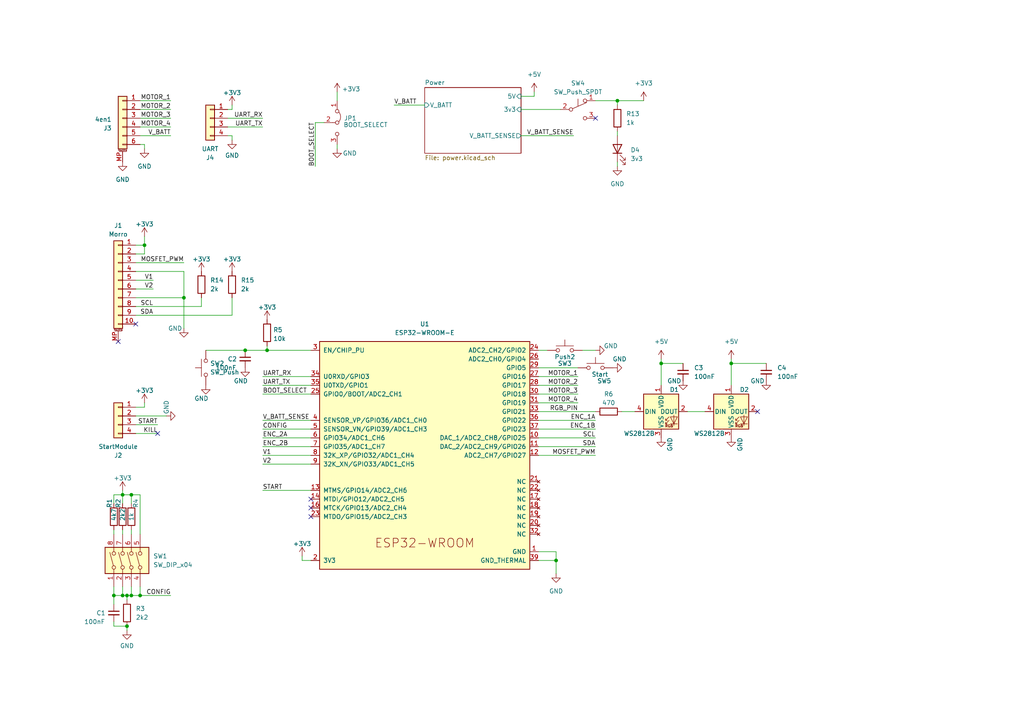
<source format=kicad_sch>
(kicad_sch (version 20231120) (generator "eeschema") (generator_version "8.0")
  (paper "A4")
  (lib_symbols
    (symbol "Connector_Generic:Conn_01x04" (pin_names (offset 1.016) hide)
      (property "Reference" "J" (at 0 5.08 0))
      (property "Value" "Conn_01x04" (at 0 -7.62 0))
      (symbol "Conn_01x04_1_1"
        (rectangle (start -1.27 -4.953) (end 0 -5.207) (stroke (width 0.1524)))
        (rectangle (start -1.27 -2.413) (end 0 -2.667) (stroke (width 0.1524)))
        (rectangle (start -1.27 0.127) (end 0 -0.127) (stroke (width 0.1524)))
        (rectangle (start -1.27 2.667) (end 0 2.413) (stroke (width 0.1524)))
        (rectangle (start -1.27 3.81) (end 1.27 -6.35) (stroke (width 0.254)) (fill (type background)))
        (pin passive line (at -5.08 2.54 0) (length 3.81) (name "Pin_1") (number "1"))
        (pin passive line (at -5.08 0 0) (length 3.81) (name "Pin_2") (number "2"))
        (pin passive line (at -5.08 -2.54 0) (length 3.81) (name "Pin_3") (number "3"))
        (pin passive line (at -5.08 -5.08 0) (length 3.81) (name "Pin_4") (number "4"))
      )
    )
    (symbol "Connector_Generic_MountingPin:Conn_01x06_MountingPin" (pin_names (offset 1.016) hide)
      (property "Reference" "J" (at 0 7.62 0))
      (property "Value" "Conn_01x06_MountingPin" (at 1.27 -10.16 0))
      (symbol "Conn_01x06_MountingPin_1_1"
        (rectangle (start -1.27 -7.493) (end 0 -7.747) (stroke (width 0.1524)))
        (rectangle (start -1.27 -4.953) (end 0 -5.207) (stroke (width 0.1524)))
        (rectangle (start -1.27 -2.413) (end 0 -2.667) (stroke (width 0.1524)))
        (rectangle (start -1.27 0.127) (end 0 -0.127) (stroke (width 0.1524)))
        (rectangle (start -1.27 2.667) (end 0 2.413) (stroke (width 0.1524)))
        (rectangle (start -1.27 5.207) (end 0 4.953) (stroke (width 0.1524)))
        (rectangle (start -1.27 6.35) (end 1.27 -8.89) (stroke (width 0.254)) (fill (type background)))
        (polyline (pts (xy -1.016 -9.652) (xy 1.016 -9.652)) (stroke (width 0.1524)))
        (text "Mounting" (at 0 -9.271 0) (effects (font (size 0.381 0.381))))
        (pin passive line (at -5.08 5.08 0) (length 3.81) (name "Pin_1") (number "1"))
        (pin passive line (at -5.08 2.54 0) (length 3.81) (name "Pin_2") (number "2"))
        (pin passive line (at -5.08 0 0) (length 3.81) (name "Pin_3") (number "3"))
        (pin passive line (at -5.08 -2.54 0) (length 3.81) (name "Pin_4") (number "4"))
        (pin passive line (at -5.08 -5.08 0) (length 3.81) (name "Pin_5") (number "5"))
        (pin passive line (at -5.08 -7.62 0) (length 3.81) (name "Pin_6") (number "6"))
        (pin passive line (at 0 -12.7 90) (length 3.048) (name "MountPin") (number "MP"))
      )
    )
    (symbol "Connector_Generic_MountingPin:Conn_01x10_MountingPin" (pin_names (offset 1.016) hide)
      (property "Reference" "J" (at 0 12.7 0))
      (property "Value" "Conn_01x10_MountingPin" (at 1.27 -15.24 0))
      (symbol "Conn_01x10_MountingPin_1_1"
        (rectangle (start -1.27 -12.573) (end 0 -12.827) (stroke (width 0.1524)))
        (rectangle (start -1.27 -10.033) (end 0 -10.287) (stroke (width 0.1524)))
        (rectangle (start -1.27 -7.493) (end 0 -7.747) (stroke (width 0.1524)))
        (rectangle (start -1.27 -4.953) (end 0 -5.207) (stroke (width 0.1524)))
        (rectangle (start -1.27 -2.413) (end 0 -2.667) (stroke (width 0.1524)))
        (rectangle (start -1.27 0.127) (end 0 -0.127) (stroke (width 0.1524)))
        (rectangle (start -1.27 2.667) (end 0 2.413) (stroke (width 0.1524)))
        (rectangle (start -1.27 5.207) (end 0 4.953) (stroke (width 0.1524)))
        (rectangle (start -1.27 7.747) (end 0 7.493) (stroke (width 0.1524)))
        (rectangle (start -1.27 10.287) (end 0 10.033) (stroke (width 0.1524)))
        (rectangle (start -1.27 11.43) (end 1.27 -13.97) (stroke (width 0.254)) (fill (type background)))
        (polyline (pts (xy -1.016 -14.732) (xy 1.016 -14.732)) (stroke (width 0.1524)))
        (text "Mounting" (at 0 -14.351 0) (effects (font (size 0.381 0.381))))
        (pin passive line (at -5.08 10.16 0) (length 3.81) (name "Pin_1") (number "1"))
        (pin passive line (at -5.08 -12.7 0) (length 3.81) (name "Pin_10") (number "10"))
        (pin passive line (at -5.08 7.62 0) (length 3.81) (name "Pin_2") (number "2"))
        (pin passive line (at -5.08 5.08 0) (length 3.81) (name "Pin_3") (number "3"))
        (pin passive line (at -5.08 2.54 0) (length 3.81) (name "Pin_4") (number "4"))
        (pin passive line (at -5.08 0 0) (length 3.81) (name "Pin_5") (number "5"))
        (pin passive line (at -5.08 -2.54 0) (length 3.81) (name "Pin_6") (number "6"))
        (pin passive line (at -5.08 -5.08 0) (length 3.81) (name "Pin_7") (number "7"))
        (pin passive line (at -5.08 -7.62 0) (length 3.81) (name "Pin_8") (number "8"))
        (pin passive line (at -5.08 -10.16 0) (length 3.81) (name "Pin_9") (number "9"))
        (pin passive line (at 0 -17.78 90) (length 3.048) (name "MountPin") (number "MP"))
      )
    )
    (symbol "Device:C_Small" (pin_numbers hide) (pin_names (offset 0.254) hide)
      (property "Reference" "C" (at 0.254 1.778 0))
      (property "Value" "C_Small" (at 0.254 -2.032 0))
      (symbol "C_Small_0_1"
        (polyline (pts (xy -1.524 -0.508) (xy 1.524 -0.508)) (stroke (width 0.3302)))
        (polyline (pts (xy -1.524 0.508) (xy 1.524 0.508)) (stroke (width 0.3048)))
      )
      (symbol "C_Small_1_1"
        (pin passive line (at 0 2.54 270) (length 2.032) (name "~") (number "1"))
        (pin passive line (at 0 -2.54 90) (length 2.032) (name "~") (number "2"))
      )
    )
    (symbol "Device:LED" (pin_numbers hide) (pin_names (offset 1.016) hide)
      (property "Reference" "D" (at 0 2.54 0))
      (property "Value" "LED" (at 0 -2.54 0))
      (symbol "LED_0_1"
        (polyline (pts (xy -1.27 -1.27) (xy -1.27 1.27)) (stroke (width 0.254)))
        (polyline (pts (xy -1.27 0) (xy 1.27 0)))
        (polyline (pts (xy 1.27 -1.27) (xy 1.27 1.27) (xy -1.27 0) (xy 1.27 -1.27)) (stroke (width 0.254)))
        (polyline (pts (xy -3.048 -0.762) (xy -4.572 -2.286) (xy -3.81 -2.286) (xy -4.572 -2.286) (xy -4.572 -1.524)))
        (polyline (pts (xy -1.778 -0.762) (xy -3.302 -2.286) (xy -2.54 -2.286) (xy -3.302 -2.286) (xy -3.302 -1.524)))
      )
      (symbol "LED_1_1"
        (pin passive line (at -3.81 0 0) (length 2.54) (name "K") (number "1"))
        (pin passive line (at 3.81 0 180) (length 2.54) (name "A") (number "2"))
      )
    )
    (symbol "Device:R" (pin_numbers hide) (pin_names (offset 0))
      (property "Reference" "R" (at 2.032 0 90))
      (property "Value" "R" (at 0 0 90))
      (symbol "R_0_1"
        (rectangle (start -1.016 -2.54) (end 1.016 2.54) (stroke (width 0.254)))
      )
      (symbol "R_1_1"
        (pin passive line (at 0 3.81 270) (length 1.27) (name "~") (number "1"))
        (pin passive line (at 0 -3.81 90) (length 1.27) (name "~") (number "2"))
      )
    )
    (symbol "Espressif:ESP32-WROOM-E" (pin_names (offset 1.016))
      (property "Reference" "U" (at -30.48 38.1 0))
      (property "Value" "ESP32-WROOM-E" (at -30.48 35.56 0))
      (symbol "ESP32-WROOM-E_0_1"
        (rectangle (start -30.48 33.02) (end 30.48 -33.02) (stroke (width 0.254)) (fill (type background)))
      )
      (symbol "ESP32-WROOM-E_1_1"
        (text "ESP32-­WROOM­" (at 0 -25.4 0) (effects (font (size 2.54 2.54))))
        (pin power_in line (at 33.02 -27.94 180) (length 2.54) (name "GND") (number "1"))
        (pin bidirectional line (at 33.02 5.08 180) (length 2.54) (name "DAC_1/ADC2_CH8/GPIO25") (number "10"))
        (pin bidirectional line (at 33.02 2.54 180) (length 2.54) (name "DAC_2/ADC2_CH9/GPIO26") (number "11"))
        (pin bidirectional line (at 33.02 0 180) (length 2.54) (name "ADC2_CH7/GPIO27") (number "12"))
        (pin bidirectional line (at -33.02 -10.16 0) (length 2.54) (name "MTMS/GPIO14/ADC2_CH6") (number "13"))
        (pin bidirectional line (at -33.02 -12.7 0) (length 2.54) (name "MTDI/GPIO12/ADC2_CH5") (number "14"))
        (pin passive line (at 33.02 -27.94 180) (length 2.54) hide (name "GND") (number "15"))
        (pin bidirectional line (at -33.02 -15.24 0) (length 2.54) (name "MTCK/GPIO13/ADC2_CH4") (number "16"))
        (pin no_connect line (at 33.02 -12.7 180) (length 2.54) (name "NC") (number "17"))
        (pin no_connect line (at 33.02 -15.24 180) (length 2.54) (name "NC") (number "18"))
        (pin no_connect line (at 33.02 -17.78 180) (length 2.54) (name "NC") (number "19"))
        (pin power_in line (at -33.02 -30.48 0) (length 2.54) (name "3V3") (number "2"))
        (pin no_connect line (at 33.02 -20.32 180) (length 2.54) (name "NC") (number "20"))
        (pin no_connect line (at 33.02 -7.62 180) (length 2.54) (name "NC") (number "21"))
        (pin no_connect line (at 33.02 -10.16 180) (length 2.54) (name "NC") (number "22"))
        (pin bidirectional line (at -33.02 -17.78 0) (length 2.54) (name "MTDO/GPIO15/ADC2_CH3") (number "23"))
        (pin bidirectional line (at 33.02 30.48 180) (length 2.54) (name "ADC2_CH2/GPIO2") (number "24"))
        (pin bidirectional line (at -33.02 17.78 0) (length 2.54) (name "GPIO0/BOOT/ADC2_CH1") (number "25"))
        (pin bidirectional line (at 33.02 27.94 180) (length 2.54) (name "ADC2_CH0/GPIO4") (number "26"))
        (pin bidirectional line (at 33.02 22.86 180) (length 2.54) (name "GPIO16") (number "27"))
        (pin bidirectional line (at 33.02 20.32 180) (length 2.54) (name "GPIO17") (number "28"))
        (pin bidirectional line (at 33.02 25.4 180) (length 2.54) (name "GPIO5") (number "29"))
        (pin input line (at -33.02 30.48 0) (length 2.54) (name "EN/CHIP_PU") (number "3"))
        (pin bidirectional line (at 33.02 17.78 180) (length 2.54) (name "GPIO18") (number "30"))
        (pin bidirectional line (at 33.02 15.24 180) (length 2.54) (name "GPIO19") (number "31"))
        (pin no_connect line (at 33.02 -22.86 180) (length 2.54) (name "NC") (number "32"))
        (pin bidirectional line (at 33.02 12.7 180) (length 2.54) (name "GPIO21") (number "33"))
        (pin bidirectional line (at -33.02 22.86 0) (length 2.54) (name "U0RXD/GPIO3") (number "34"))
        (pin bidirectional line (at -33.02 20.32 0) (length 2.54) (name "U0TXD/GPIO1") (number "35"))
        (pin bidirectional line (at 33.02 10.16 180) (length 2.54) (name "GPIO22") (number "36"))
        (pin bidirectional line (at 33.02 7.62 180) (length 2.54) (name "GPIO23") (number "37"))
        (pin passive line (at 33.02 -27.94 180) (length 2.54) hide (name "GND") (number "38"))
        (pin power_in line (at 33.02 -30.48 180) (length 2.54) (name "GND_THERMAL") (number "39"))
        (pin input line (at -33.02 10.16 0) (length 2.54) (name "SENSOR_VP/GPIO36/ADC1_CH0") (number "4"))
        (pin input line (at -33.02 7.62 0) (length 2.54) (name "SENSOR_VN/GPIO39/ADC1_CH3") (number "5"))
        (pin input line (at -33.02 5.08 0) (length 2.54) (name "GPIO34/ADC1_CH6") (number "6"))
        (pin input line (at -33.02 2.54 0) (length 2.54) (name "GPIO35/ADC1_CH7") (number "7"))
        (pin bidirectional line (at -33.02 0 0) (length 2.54) (name "32K_XP/GPIO32/ADC1_CH4") (number "8"))
        (pin bidirectional line (at -33.02 -2.54 0) (length 2.54) (name "32K_XN/GPIO33/ADC1_CH5") (number "9"))
      )
    )
    (symbol "Jumper:Jumper_3_Bridged12" (pin_names (offset 0) hide)
      (property "Reference" "JP" (at -2.54 -2.54 0))
      (property "Value" "Jumper_3_Bridged12" (at 0 2.794 0))
      (symbol "Jumper_3_Bridged12_0_0"
        (circle (center -3.302 0) (radius 0.508))
        (circle (center 0 0) (radius 0.508))
        (circle (center 3.302 0) (radius 0.508))
      )
      (symbol "Jumper_3_Bridged12_0_1"
        (arc (start -0.254 0.508) (mid -1.651 0.9912) (end -3.048 0.508))
        (polyline (pts (xy 0 -1.27) (xy 0 -0.508)))
      )
      (symbol "Jumper_3_Bridged12_1_1"
        (pin passive line (at -6.35 0 0) (length 2.54) (name "A") (number "1"))
        (pin passive line (at 0 -3.81 90) (length 2.54) (name "C") (number "2"))
        (pin passive line (at 6.35 0 180) (length 2.54) (name "B") (number "3"))
      )
    )
    (symbol "LED:WS2812B" (pin_names (offset 0.254))
      (property "Reference" "D" (at 5.08 5.715 0))
      (property "Value" "WS2812B" (at 1.27 -5.715 0))
      (symbol "WS2812B_0_0"
        (text "RGB" (at 2.286 -4.191 0) (effects (font (size 0.762 0.762))))
      )
      (symbol "WS2812B_0_1"
        (polyline (pts (xy 1.27 -3.556) (xy 1.778 -3.556)))
        (polyline (pts (xy 1.27 -2.54) (xy 1.778 -2.54)))
        (polyline (pts (xy 4.699 -3.556) (xy 2.667 -3.556)))
        (polyline (pts (xy 2.286 -2.54) (xy 1.27 -3.556) (xy 1.27 -3.048)))
        (polyline (pts (xy 2.286 -1.524) (xy 1.27 -2.54) (xy 1.27 -2.032)))
        (polyline (pts (xy 3.683 -1.016) (xy 3.683 -3.556) (xy 3.683 -4.064)))
        (polyline (pts (xy 4.699 -1.524) (xy 2.667 -1.524) (xy 3.683 -3.556) (xy 4.699 -1.524)))
        (rectangle (start 5.08 5.08) (end -5.08 -5.08) (stroke (width 0.254)) (fill (type background)))
      )
      (symbol "WS2812B_1_1"
        (pin power_in line (at 0 7.62 270) (length 2.54) (name "VDD") (number "1"))
        (pin output line (at 7.62 0 180) (length 2.54) (name "DOUT") (number "2"))
        (pin power_in line (at 0 -7.62 90) (length 2.54) (name "VSS") (number "3"))
        (pin input line (at -7.62 0 0) (length 2.54) (name "DIN") (number "4"))
      )
    )
    (symbol "Switch:SW_DIP_x04" (pin_names (offset 0) hide)
      (property "Reference" "SW" (at 0 8.89 0))
      (property "Value" "SW_DIP_x04" (at 0 -6.35 0))
      (symbol "SW_DIP_x04_0_0"
        (circle (center -2.032 -2.54) (radius 0.508))
        (circle (center -2.032 0) (radius 0.508))
        (circle (center -2.032 2.54) (radius 0.508))
        (circle (center -2.032 5.08) (radius 0.508))
        (polyline (pts (xy -1.524 -2.3876) (xy 2.3622 -1.3462)))
        (polyline (pts (xy -1.524 0.127) (xy 2.3622 1.1684)))
        (polyline (pts (xy -1.524 2.667) (xy 2.3622 3.7084)))
        (polyline (pts (xy -1.524 5.207) (xy 2.3622 6.2484)))
        (circle (center 2.032 -2.54) (radius 0.508))
        (circle (center 2.032 0) (radius 0.508))
        (circle (center 2.032 2.54) (radius 0.508))
        (circle (center 2.032 5.08) (radius 0.508))
      )
      (symbol "SW_DIP_x04_0_1"
        (rectangle (start -3.81 7.62) (end 3.81 -5.08) (stroke (width 0.254)) (fill (type background)))
      )
      (symbol "SW_DIP_x04_1_1"
        (pin passive line (at -7.62 5.08 0) (length 5.08) (name "~") (number "1"))
        (pin passive line (at -7.62 2.54 0) (length 5.08) (name "~") (number "2"))
        (pin passive line (at -7.62 0 0) (length 5.08) (name "~") (number "3"))
        (pin passive line (at -7.62 -2.54 0) (length 5.08) (name "~") (number "4"))
        (pin passive line (at 7.62 -2.54 180) (length 5.08) (name "~") (number "5"))
        (pin passive line (at 7.62 0 180) (length 5.08) (name "~") (number "6"))
        (pin passive line (at 7.62 2.54 180) (length 5.08) (name "~") (number "7"))
        (pin passive line (at 7.62 5.08 180) (length 5.08) (name "~") (number "8"))
      )
    )
    (symbol "Switch:SW_Push" (pin_numbers hide) (pin_names (offset 1.016) hide)
      (property "Reference" "SW" (at 1.27 2.54 0))
      (property "Value" "SW_Push" (at 0 -1.524 0))
      (symbol "SW_Push_0_1"
        (circle (center -2.032 0) (radius 0.508))
        (polyline (pts (xy 0 1.27) (xy 0 3.048)))
        (polyline (pts (xy 2.54 1.27) (xy -2.54 1.27)))
        (circle (center 2.032 0) (radius 0.508))
        (pin passive line (at -5.08 0 0) (length 2.54) (name "1") (number "1"))
        (pin passive line (at 5.08 0 180) (length 2.54) (name "2") (number "2"))
      )
    )
    (symbol "Switch:SW_Push_SPDT" (pin_names (offset 0) hide)
      (property "Reference" "SW" (at 0 4.318 0))
      (property "Value" "SW_Push_SPDT" (at 0 -5.08 0))
      (symbol "SW_Push_SPDT_0_0"
        (circle (center -2.032 0) (radius 0.508))
        (polyline (pts (xy 0 1.016) (xy 0 3.048)))
        (circle (center 2.032 -2.54) (radius 0.508))
      )
      (symbol "SW_Push_SPDT_0_1"
        (polyline (pts (xy -1.524 0.254) (xy 2.54 2.032)))
        (circle (center 2.032 2.54) (radius 0.508))
      )
      (symbol "SW_Push_SPDT_1_1"
        (pin passive line (at 5.08 2.54 180) (length 2.54) (name "A") (number "1"))
        (pin passive line (at -5.08 0 0) (length 2.54) (name "B") (number "2"))
        (pin passive line (at 5.08 -2.54 180) (length 2.54) (name "C") (number "3"))
      )
    )
    (symbol "power:+3V3" (power) (pin_names (offset 0))
      (property "Value" "+3V3" (at 0 3.556 0))
      (symbol "+3V3_0_1"
        (polyline (pts (xy -0.762 1.27) (xy 0 2.54)))
        (polyline (pts (xy 0 0) (xy 0 2.54)))
        (polyline (pts (xy 0 2.54) (xy 0.762 1.27)))
      )
      (symbol "+3V3_1_1"
        (pin power_in line (at 0 0 90) (length 0) hide (name "+3V3") (number "1"))
      )
    )
    (symbol "power:+5V" (power) (pin_names (offset 0))
      (property "Value" "+5V" (at 0 3.556 0))
      (symbol "+5V_0_1"
        (polyline (pts (xy -0.762 1.27) (xy 0 2.54)))
        (polyline (pts (xy 0 0) (xy 0 2.54)))
        (polyline (pts (xy 0 2.54) (xy 0.762 1.27)))
      )
      (symbol "+5V_1_1"
        (pin power_in line (at 0 0 90) (length 0) hide (name "+5V") (number "1"))
      )
    )
    (symbol "power:GND" (power) (pin_names (offset 0))
      (property "Value" "GND" (at 0 -3.81 0))
      (symbol "GND_0_1"
        (polyline (pts (xy 0 0) (xy 0 -1.27) (xy 1.27 -1.27) (xy 0 -2.54) (xy -1.27 -1.27) (xy 0 -1.27)))
      )
      (symbol "GND_1_1"
        (pin power_in line (at 0 0 270) (length 0) hide (name "GND") (number "1"))
      )
    )
  )
  (junction (at 53.34 86.36))
  (junction (at 38.1 143.51))
  (junction (at 77.47 101.6))
  (junction (at 36.83 181.61))
  (junction (at 179.07 29.21))
  (junction (at 35.56 172.72))
  (junction (at 35.56 143.51))
  (junction (at 40.64 172.72))
  (junction (at 36.83 172.72))
  (junction (at 212.09 105.41))
  (junction (at 38.1 172.72))
  (junction (at 33.02 172.72))
  (junction (at 161.29 162.56))
  (junction (at 191.77 105.41))
  (junction (at 41.91 71.12))
  (junction (at 71.12 101.6))
  (no_connect (at 34.29 99.06))
  (no_connect (at 90.17 144.78))
  (no_connect (at 90.17 147.32))
  (no_connect (at 172.72 34.29))
  (no_connect (at 39.37 93.98))
  (no_connect (at 90.17 149.86))
  (no_connect (at 219.71 119.38))
  (no_connect (at 45.72 125.73))
  (wire (pts (xy 156.21 160.02) (xy 161.29 160.02)))
  (wire (pts (xy 39.37 76.2) (xy 53.34 76.2)))
  (wire (pts (xy 40.64 143.51) (xy 40.64 154.94)))
  (wire (pts (xy 91.44 35.56) (xy 93.98 35.56)))
  (wire (pts (xy 35.56 170.18) (xy 35.56 172.72)))
  (wire (pts (xy 76.2 129.54) (xy 90.17 129.54)))
  (wire (pts (xy 90.17 162.56) (xy 87.63 162.56)))
  (wire (pts (xy 156.21 114.3) (xy 167.64 114.3)))
  (wire (pts (xy 212.09 105.41) (xy 222.25 105.41)))
  (wire (pts (xy 67.31 39.37) (xy 67.31 40.64)))
  (wire (pts (xy 33.02 172.72) (xy 35.56 172.72)))
  (wire (pts (xy 35.56 153.67) (xy 35.56 154.94)))
  (wire (pts (xy 35.56 143.51) (xy 35.56 146.05)))
  (wire (pts (xy 156.21 106.68) (xy 167.64 106.68)))
  (wire (pts (xy 172.72 124.46) (xy 156.21 124.46)))
  (wire (pts (xy 39.37 88.9) (xy 58.42 88.9)))
  (wire (pts (xy 168.91 101.6) (xy 172.72 101.6)))
  (wire (pts (xy 156.21 162.56) (xy 161.29 162.56)))
  (wire (pts (xy 179.07 29.21) (xy 179.07 30.48)))
  (wire (pts (xy 66.04 31.75) (xy 67.31 31.75)))
  (wire (pts (xy 59.69 101.6) (xy 71.12 101.6)))
  (wire (pts (xy 39.37 125.73) (xy 45.72 125.73)))
  (wire (pts (xy 156.21 101.6) (xy 158.75 101.6)))
  (wire (pts (xy 156.21 111.76) (xy 167.64 111.76)))
  (wire (pts (xy 40.64 172.72) (xy 38.1 172.72)))
  (wire (pts (xy 33.02 180.34) (xy 33.02 181.61)))
  (wire (pts (xy 91.44 48.26) (xy 91.44 35.56)))
  (wire (pts (xy 76.2 134.62) (xy 90.17 134.62)))
  (wire (pts (xy 39.37 86.36) (xy 53.34 86.36)))
  (wire (pts (xy 161.29 160.02) (xy 161.29 162.56)))
  (wire (pts (xy 39.37 71.12) (xy 41.91 71.12)))
  (wire (pts (xy 39.37 83.82) (xy 44.45 83.82)))
  (wire (pts (xy 38.1 153.67) (xy 38.1 154.94)))
  (wire (pts (xy 41.91 118.11) (xy 41.91 116.84)))
  (wire (pts (xy 76.2 127) (xy 90.17 127)))
  (wire (pts (xy 39.37 73.66) (xy 41.91 73.66)))
  (wire (pts (xy 71.12 101.6) (xy 77.47 101.6)))
  (wire (pts (xy 67.31 31.75) (xy 67.31 30.48)))
  (wire (pts (xy 39.37 81.28) (xy 44.45 81.28)))
  (wire (pts (xy 156.21 132.08) (xy 172.72 132.08)))
  (wire (pts (xy 38.1 146.05) (xy 38.1 143.51)))
  (wire (pts (xy 66.04 36.83) (xy 76.2 36.83)))
  (wire (pts (xy 53.34 86.36) (xy 53.34 95.25)))
  (wire (pts (xy 172.72 29.21) (xy 179.07 29.21)))
  (wire (pts (xy 40.64 29.21) (xy 49.53 29.21)))
  (wire (pts (xy 33.02 172.72) (xy 33.02 175.26)))
  (wire (pts (xy 161.29 162.56) (xy 161.29 166.37)))
  (wire (pts (xy 35.56 172.72) (xy 36.83 172.72)))
  (wire (pts (xy 76.2 142.24) (xy 90.17 142.24)))
  (wire (pts (xy 179.07 38.1) (xy 179.07 39.37)))
  (wire (pts (xy 76.2 114.3) (xy 90.17 114.3)))
  (wire (pts (xy 33.02 181.61) (xy 36.83 181.61)))
  (wire (pts (xy 40.64 170.18) (xy 40.64 172.72)))
  (wire (pts (xy 53.34 78.74) (xy 53.34 86.36)))
  (wire (pts (xy 66.04 39.37) (xy 67.31 39.37)))
  (wire (pts (xy 38.1 143.51) (xy 35.56 143.51)))
  (wire (pts (xy 76.2 111.76) (xy 90.17 111.76)))
  (wire (pts (xy 40.64 34.29) (xy 49.53 34.29)))
  (wire (pts (xy 179.07 46.99) (xy 179.07 48.26)))
  (wire (pts (xy 35.56 142.24) (xy 35.56 143.51)))
  (wire (pts (xy 151.13 31.75) (xy 162.56 31.75)))
  (wire (pts (xy 114.3 30.48) (xy 123.19 30.48)))
  (wire (pts (xy 87.63 162.56) (xy 87.63 161.29)))
  (wire (pts (xy 36.83 172.72) (xy 36.83 173.99)))
  (wire (pts (xy 67.31 91.44) (xy 67.31 86.36)))
  (wire (pts (xy 36.83 181.61) (xy 36.83 182.88)))
  (wire (pts (xy 33.02 153.67) (xy 33.02 154.94)))
  (wire (pts (xy 39.37 120.65) (xy 48.26 120.65)))
  (wire (pts (xy 198.12 105.41) (xy 191.77 105.41)))
  (wire (pts (xy 40.64 172.72) (xy 49.53 172.72)))
  (wire (pts (xy 156.21 116.84) (xy 167.64 116.84)))
  (wire (pts (xy 76.2 109.22) (xy 90.17 109.22)))
  (wire (pts (xy 191.77 105.41) (xy 191.77 111.76)))
  (wire (pts (xy 33.02 170.18) (xy 33.02 172.72)))
  (wire (pts (xy 39.37 91.44) (xy 67.31 91.44)))
  (wire (pts (xy 180.34 119.38) (xy 184.15 119.38)))
  (wire (pts (xy 40.64 31.75) (xy 49.53 31.75)))
  (wire (pts (xy 151.13 27.94) (xy 154.94 27.94)))
  (wire (pts (xy 39.37 78.74) (xy 53.34 78.74)))
  (wire (pts (xy 156.21 127) (xy 172.72 127)))
  (wire (pts (xy 41.91 68.58) (xy 41.91 71.12)))
  (wire (pts (xy 39.37 118.11) (xy 41.91 118.11)))
  (wire (pts (xy 58.42 86.36) (xy 58.42 88.9)))
  (wire (pts (xy 199.39 119.38) (xy 204.47 119.38)))
  (wire (pts (xy 77.47 101.6) (xy 90.17 101.6)))
  (wire (pts (xy 66.04 34.29) (xy 76.2 34.29)))
  (wire (pts (xy 40.64 41.91) (xy 41.91 41.91)))
  (wire (pts (xy 154.94 27.94) (xy 154.94 26.67)))
  (wire (pts (xy 76.2 121.92) (xy 90.17 121.92)))
  (wire (pts (xy 191.77 104.14) (xy 191.77 105.41)))
  (wire (pts (xy 41.91 71.12) (xy 41.91 73.66)))
  (wire (pts (xy 33.02 143.51) (xy 33.02 146.05)))
  (wire (pts (xy 38.1 172.72) (xy 38.1 170.18)))
  (wire (pts (xy 76.2 132.08) (xy 90.17 132.08)))
  (wire (pts (xy 97.79 41.91) (xy 97.79 43.18)))
  (wire (pts (xy 40.64 143.51) (xy 38.1 143.51)))
  (wire (pts (xy 36.83 172.72) (xy 38.1 172.72)))
  (wire (pts (xy 77.47 100.33) (xy 77.47 101.6)))
  (wire (pts (xy 212.09 105.41) (xy 212.09 111.76)))
  (wire (pts (xy 39.37 123.19) (xy 45.72 123.19)))
  (wire (pts (xy 179.07 29.21) (xy 186.69 29.21)))
  (wire (pts (xy 212.09 104.14) (xy 212.09 105.41)))
  (wire (pts (xy 156.21 129.54) (xy 172.72 129.54)))
  (wire (pts (xy 40.64 36.83) (xy 49.53 36.83)))
  (wire (pts (xy 76.2 124.46) (xy 90.17 124.46)))
  (wire (pts (xy 40.64 39.37) (xy 49.53 39.37)))
  (wire (pts (xy 156.21 119.38) (xy 172.72 119.38)))
  (wire (pts (xy 35.56 143.51) (xy 33.02 143.51)))
  (wire (pts (xy 41.91 41.91) (xy 41.91 43.18)))
  (wire (pts (xy 156.21 109.22) (xy 167.64 109.22)))
  (wire (pts (xy 151.13 39.37) (xy 166.37 39.37)))
  (wire (pts (xy 172.72 121.92) (xy 156.21 121.92)))
  (wire (pts (xy 97.79 26.67) (xy 97.79 29.21)))
  (label "MOTOR_2" (at 49.53 31.75 180))
  (label "UART_RX" (at 76.2 109.22 0))
  (label "START" (at 45.72 123.19 180))
  (label "MOSFET_PWM" (at 53.34 76.2 180))
  (label "V_BATT" (at 114.3 30.48 0))
  (label "V_BATT" (at 49.53 39.37 180))
  (label "V1" (at 44.45 81.28 180))
  (label "ENC_2B" (at 76.2 129.54 0))
  (label "V1" (at 76.2 132.08 0))
  (label "ENC_1B" (at 172.72 124.46 180))
  (label "V2" (at 76.2 134.62 0))
  (label "UART_TX" (at 76.2 36.83 180))
  (label "MOTOR_2" (at 167.64 111.76 180))
  (label "MOTOR_4" (at 49.53 36.83 180))
  (label "SDA" (at 172.72 129.54 180))
  (label "V_BATT_SENSE" (at 76.2 121.92 0))
  (label "MOSFET_PWM" (at 172.72 132.08 180))
  (label "ENC_1A" (at 172.72 121.92 180))
  (label "START" (at 76.2 142.24 0))
  (label "CONFIG" (at 49.53 172.72 180))
  (label "SCL" (at 44.45 88.9 180))
  (label "MOTOR_3" (at 167.64 114.3 180))
  (label "V2" (at 44.45 83.82 180))
  (label "MOTOR_1" (at 167.64 109.22 180))
  (label "V_BATT_SENSE" (at 166.37 39.37 180))
  (label "UART_TX" (at 76.2 111.76 0))
  (label "MOTOR_3" (at 49.53 34.29 180))
  (label "BOOT_SELECT" (at 91.44 48.26 90))
  (label "MOTOR_4" (at 167.64 116.84 180))
  (label "CONFIG" (at 76.2 124.46 0))
  (label "ENC_2A" (at 76.2 127 0))
  (label "UART_RX" (at 76.2 34.29 180))
  (label "BOOT_SELECT" (at 76.2 114.3 0))
  (label "RGB_PIN" (at 167.64 119.38 180))
  (label "SDA" (at 44.45 91.44 180))
  (label "SCL" (at 172.72 127 180))
  (label "KILL" (at 45.72 125.73 180))
  (label "MOTOR_1" (at 49.53 29.21 180))
  (symbol (lib_id "Switch:SW_DIP_x04") (at 38.1 162.56 90) (unit 1)
    (property "Reference" "SW1" (at 44.45 161.29 90) (effects (justify right)))
    (property "Value" "SW_DIP_x04" (at 44.45 163.83 90) (effects (justify right)))
    (property "Footprint" "Button_Switch_THT:SW_DIP_SPSTx04_Slide_9.78x12.34mm_W7.62mm_P2.54mm" (effects (hide yes)))
  )
  (symbol (lib_id "power:+5V") (at 212.09 104.14 0) (unit 1)
    (property "Reference" "#PWR029" (effects (hide yes)))
    (property "Value" "+5V" (at 212.09 99.06 0))
  )
  (symbol (lib_id "power:+3V3") (at 97.79 26.67 0) (mirror y) (unit 1)
    (property "Reference" "#PWR015" (effects (hide yes)))
    (property "Value" "+3V3" (at 99.187 25.8338 0) (effects (justify right)))
  )
  (symbol (lib_id "Device:C_Small") (at 71.12 104.14 0) (unit 1)
    (property "Reference" "C2" (at 66.04 104.14 0) (effects (justify left)))
    (property "Value" "100nF" (at 68.58 106.68 0) (effects (justify right)))
    (property "Footprint" "Capacitor_SMD:C_0805_2012Metric_Pad1.18x1.45mm_HandSolder" (effects (hide yes)))
  )
  (symbol (lib_id "Device:R") (at 38.1 149.86 180) (unit 1)
    (property "Reference" "R4" (at 39.37 147.32 90) (effects (justify right)))
    (property "Value" "1k" (at 38.1 151.13 90) (effects (justify right)))
    (property "Footprint" "Resistor_SMD:R_0805_2012Metric_Pad1.20x1.40mm_HandSolder" (effects (hide yes)))
  )
  (symbol (lib_id "power:GND") (at 53.34 95.25 0) (mirror y) (unit 1)
    (property "Reference" "#PWR08" (effects (hide yes)))
    (property "Value" "GND" (at 50.8 95.25 0))
  )
  (symbol (lib_id "power:GND") (at 41.91 43.18 0) (unit 1)
    (property "Reference" "#PWR04" (effects (hide yes)))
    (property "Value" "GND" (at 41.91 48.26 0))
  )
  (symbol (lib_id "power:+3V3") (at 77.47 92.71 0) (mirror y) (unit 1)
    (property "Reference" "#PWR013" (effects (hide yes)))
    (property "Value" "+3V3" (at 77.47 89.1342 0))
  )
  (symbol (lib_id "Connector_Generic_MountingPin:Conn_01x10_MountingPin") (at 34.29 81.28 0) (mirror y) (unit 1)
    (property "Reference" "J1" (at 34.29 65.405 0))
    (property "Value" "Morro" (at 34.29 67.945 0))
    (property "Footprint" "Connector_FFC-FPC:TE_1-84952-0_1x10-1MP_P1.0mm_Horizontal" (effects (hide yes)))
  )
  (symbol (lib_id "Switch:SW_Push") (at 163.83 101.6 0) (unit 1)
    (property "Reference" "SW3" (at 163.83 105.41 0))
    (property "Value" "Push2" (at 163.83 103.505 0))
    (property "Footprint" "switches:SKPMANE010 _Silicone_6x6mm" (effects (hide yes)))
  )
  (symbol (lib_id "power:+3V3") (at 67.31 78.74 0) (mirror y) (unit 1)
    (property "Reference" "#PWR025" (effects (hide yes)))
    (property "Value" "+3V3" (at 67.31 75.1642 0))
  )
  (symbol (lib_id "Device:C_Small") (at 33.02 177.8 0) (unit 1)
    (property "Reference" "C1" (at 27.94 177.8 0) (effects (justify left)))
    (property "Value" "100nF" (at 30.48 180.34 0) (effects (justify right)))
    (property "Footprint" "Capacitor_SMD:C_0805_2012Metric_Pad1.18x1.45mm_HandSolder" (effects (hide yes)))
  )
  (symbol (lib_id "power:GND") (at 191.77 127 0) (unit 1)
    (property "Reference" "#PWR023" (effects (hide yes)))
    (property "Value" "GND" (at 194.31 128.905 90))
  )
  (symbol (lib_id "power:+3V3") (at 186.69 29.21 0) (unit 1)
    (property "Reference" "#PWR020" (effects (hide yes)))
    (property "Value" "+3V3" (at 186.69 24.13 0))
  )
  (symbol (lib_id "LED:WS2812B") (at 212.09 119.38 0) (unit 1)
    (property "Reference" "D2" (at 215.9 113.03 0))
    (property "Value" "WS2812B" (at 205.74 125.73 0))
    (property "Footprint" "LED_SMD:LED_WS2812B_PLCC4_5.0x5.0mm_P3.2mm" (effects (hide yes)))
    (property "Datasheet" "https://cdn-shop.adafruit.com/datasheets/WS2812B.pdf" (effects (hide yes)))
  )
  (symbol (lib_id "Jumper:Jumper_3_Bridged12") (at 97.79 35.56 270) (unit 1)
    (property "Reference" "JP1" (at 101.6 34.29 90))
    (property "Value" "BOOT_SELECT" (at 106.045 36.195 90))
    (property "Footprint" "Connector_PinHeader_2.54mm:PinHeader_1x03_P2.54mm_Vertical" (effects (hide yes)))
  )
  (symbol (lib_id "power:+3V3") (at 87.63 161.29 0) (mirror y) (unit 1)
    (property "Reference" "#PWR014" (effects (hide yes)))
    (property "Value" "+3V3" (at 87.63 157.7142 0))
  )
  (symbol (lib_id "Switch:SW_Push") (at 172.72 106.68 0) (unit 1)
    (property "Reference" "SW5" (at 175.26 110.49 0))
    (property "Value" "Start" (at 173.99 108.585 0))
    (property "Footprint" "switches:SKPMANE010 _Silicone_6x6mm" (effects (hide yes)))
  )
  (symbol (lib_id "power:GND") (at 179.07 48.26 0) (unit 1)
    (property "Reference" "#PWR044" (effects (hide yes)))
    (property "Value" "GND" (at 179.07 53.34 0))
  )
  (symbol (lib_id "Device:R") (at 36.83 177.8 180) (unit 1)
    (property "Reference" "R3" (at 39.37 176.53 0) (effects (justify right)))
    (property "Value" "2k2" (at 39.37 179.07 0) (effects (justify right)))
    (property "Footprint" "Resistor_SMD:R_0805_2012Metric_Pad1.20x1.40mm_HandSolder" (effects (hide yes)))
  )
  (symbol (lib_id "Device:R") (at 77.47 96.52 180) (unit 1)
    (property "Reference" "R5" (at 79.248 95.6853 0) (effects (justify right)))
    (property "Value" "10k" (at 79.248 98.2222 0) (effects (justify right)))
    (property "Footprint" "Resistor_SMD:R_1206_3216Metric_Pad1.30x1.75mm_HandSolder" (effects (hide yes)))
  )
  (symbol (lib_id "power:GND") (at 67.31 40.64 0) (unit 1)
    (property "Reference" "#PWR011" (effects (hide yes)))
    (property "Value" "GND" (at 67.31 45.0834 0))
  )
  (symbol (lib_id "power:GND") (at 36.83 182.88 0) (unit 1)
    (property "Reference" "#PWR03" (effects (hide yes)))
    (property "Value" "GND" (at 36.83 187.3234 0))
  )
  (symbol (lib_id "power:GND") (at 172.72 101.6 90) (unit 1)
    (property "Reference" "#PWR019" (effects (hide yes)))
    (property "Value" "GND" (at 177.165 100.33 90))
  )
  (symbol (lib_id "power:+5V") (at 154.94 26.67 0) (unit 1)
    (property "Reference" "#PWR017" (effects (hide yes)))
    (property "Value" "+5V" (at 154.94 21.59 0))
  )
  (symbol (lib_id "Device:LED") (at 179.07 43.18 90) (unit 1)
    (property "Reference" "D4" (at 182.88 43.4974 90) (effects (justify right)))
    (property "Value" "3v3" (at 182.88 46.0374 90) (effects (justify right)))
    (property "Footprint" "LED_SMD:LED_1206_3216Metric_Pad1.42x1.75mm_HandSolder" (effects (hide yes)))
    (property "Description" "Light emitting diode" (effects (hide yes)))
  )
  (symbol (lib_id "power:GND") (at 161.29 166.37 0) (unit 1)
    (property "Reference" "#PWR018" (effects (hide yes)))
    (property "Value" "GND" (at 161.29 171.45 0))
  )
  (symbol (lib_id "power:GND") (at 59.69 111.76 0) (unit 1)
    (property "Reference" "#PWR09" (effects (hide yes)))
    (property "Value" "GND" (at 58.42 115.57 0))
  )
  (symbol (lib_id "power:GND") (at 198.12 110.49 0) (unit 1)
    (property "Reference" "#PWR026" (effects (hide yes)))
    (property "Value" "GND" (at 195.58 110.49 0))
  )
  (symbol (lib_id "power:+5V") (at 191.77 104.14 0) (unit 1)
    (property "Reference" "#PWR022" (effects (hide yes)))
    (property "Value" "+5V" (at 191.77 99.06 0))
  )
  (symbol (lib_id "power:+3V3") (at 41.91 116.84 0) (mirror y) (unit 1)
    (property "Reference" "#PWR06" (effects (hide yes)))
    (property "Value" "+3V3" (at 41.91 113.2642 0))
  )
  (symbol (lib_id "Switch:SW_Push_SPDT") (at 167.64 31.75 0) (unit 1)
    (property "Reference" "SW4" (at 167.64 24.13 0))
    (property "Value" "SW_Push_SPDT" (at 167.64 26.67 0))
    (property "Footprint" "switches:SS12D07VG2" (effects (hide yes)))
  )
  (symbol (lib_id "power:GND") (at 222.25 110.49 0) (unit 1)
    (property "Reference" "#PWR031" (effects (hide yes)))
    (property "Value" "GND" (at 219.71 110.49 0))
  )
  (symbol (lib_id "power:+3V3") (at 41.91 68.58 0) (mirror y) (unit 1)
    (property "Reference" "#PWR05" (effects (hide yes)))
    (property "Value" "+3V3" (at 41.91 65.0042 0))
  )
  (symbol (lib_id "Device:R") (at 176.53 119.38 270) (unit 1)
    (property "Reference" "R6" (at 176.53 114.3 90))
    (property "Value" "470" (at 176.53 116.84 90))
    (property "Footprint" "Resistor_SMD:R_0805_2012Metric_Pad1.20x1.40mm_HandSolder" (effects (hide yes)))
  )
  (symbol (lib_id "Device:R") (at 67.31 82.55 180) (unit 1)
    (property "Reference" "R15" (at 69.85 81.2799 0) (effects (justify right)))
    (property "Value" "2k" (at 69.85 83.8199 0) (effects (justify right)))
    (property "Footprint" "Resistor_SMD:R_1206_3216Metric_Pad1.30x1.75mm_HandSolder" (effects (hide yes)))
  )
  (symbol (lib_id "power:GND") (at 48.26 120.65 90) (unit 1)
    (property "Reference" "#PWR07" (effects (hide yes)))
    (property "Value" "GND" (at 48.26 118.11 0))
  )
  (symbol (lib_id "Connector_Generic:Conn_01x04") (at 34.29 120.65 0) (mirror y) (unit 1)
    (property "Reference" "J2" (at 34.29 132.08 0))
    (property "Value" "StartModule" (at 34.29 129.54 0))
    (property "Footprint" "Connector_PinHeader_2.54mm:PinHeader_1x04_P2.54mm_Vertical" (effects (hide yes)))
  )
  (symbol (lib_id "Device:R") (at 58.42 82.55 180) (unit 1)
    (property "Reference" "R14" (at 60.96 81.2799 0) (effects (justify right)))
    (property "Value" "2k" (at 60.96 83.8199 0) (effects (justify right)))
    (property "Footprint" "Resistor_SMD:R_1206_3216Metric_Pad1.30x1.75mm_HandSolder" (effects (hide yes)))
  )
  (symbol (lib_id "Device:R") (at 35.56 149.86 180) (unit 1)
    (property "Reference" "R2" (at 34.29 147.32 90) (effects (justify right)))
    (property "Value" "2k2" (at 35.56 151.13 90) (effects (justify right)))
    (property "Footprint" "Resistor_SMD:R_0805_2012Metric_Pad1.20x1.40mm_HandSolder" (effects (hide yes)))
  )
  (symbol (lib_id "power:GND") (at 35.56 46.99 0) (unit 1)
    (property "Reference" "#PWR01" (effects (hide yes)))
    (property "Value" "GND" (at 35.56 52.07 0))
  )
  (symbol (lib_id "power:+3V3") (at 67.31 30.48 0) (mirror y) (unit 1)
    (property "Reference" "#PWR010" (effects (hide yes)))
    (property "Value" "+3V3" (at 67.31 26.9042 0))
  )
  (symbol (lib_id "power:GND") (at 97.79 43.18 0) (mirror y) (unit 1)
    (property "Reference" "#PWR016" (effects (hide yes)))
    (property "Value" "GND" (at 103.505 44.45 0) (effects (justify left)))
  )
  (symbol (lib_id "Device:C_Small") (at 222.25 107.95 0) (unit 1)
    (property "Reference" "C4" (at 225.425 106.6863 0) (effects (justify left)))
    (property "Value" "100nF" (at 225.425 109.2263 0) (effects (justify left)))
    (property "Footprint" "Capacitor_SMD:C_0805_2012Metric_Pad1.18x1.45mm_HandSolder" (effects (hide yes)))
  )
  (symbol (lib_id "power:GND") (at 212.09 127 0) (unit 1)
    (property "Reference" "#PWR030" (effects (hide yes)))
    (property "Value" "GND" (at 214.63 128.905 90))
  )
  (symbol (lib_id "power:GND") (at 177.8 106.68 90) (unit 1)
    (property "Reference" "#PWR021" (effects (hide yes)))
    (property "Value" "GND" (at 179.705 104.14 90))
  )
  (symbol (lib_id "power:+3V3") (at 35.56 142.24 0) (mirror y) (unit 1)
    (property "Reference" "#PWR02" (effects (hide yes)))
    (property "Value" "+3V3" (at 35.56 138.6642 0))
  )
  (symbol (lib_id "LED:WS2812B") (at 191.77 119.38 0) (unit 1)
    (property "Reference" "D1" (at 195.58 113.03 0))
    (property "Value" "WS2812B" (at 185.42 125.73 0))
    (property "Footprint" "LED_SMD:LED_WS2812B_PLCC4_5.0x5.0mm_P3.2mm" (effects (hide yes)))
    (property "Datasheet" "https://cdn-shop.adafruit.com/datasheets/WS2812B.pdf" (effects (hide yes)))
  )
  (symbol (lib_id "Espressif:ESP32-WROOM-E") (at 123.19 132.08 0) (unit 1)
    (property "Reference" "U1" (at 123.19 93.98 0))
    (property "Value" "ESP32-WROOM-E" (at 123.19 96.52 0))
    (property "Footprint" "Espressif:ESP32-WROOM-32E" (effects (hide yes)))
    (property "Datasheet" "https://www.espressif.com/sites/default/files/documentation/esp32-wroom-32e_esp32-wroom-32ue_datasheet_en.pdf" (effects (hide yes)))
  )
  (symbol (lib_id "power:GND") (at 71.12 106.68 0) (unit 1)
    (property "Reference" "#PWR012" (effects (hide yes)))
    (property "Value" "GND" (at 69.85 110.49 0))
  )
  (symbol (lib_id "Connector_Generic:Conn_01x04") (at 60.96 34.29 0) (mirror y) (unit 1)
    (property "Reference" "J4" (at 60.96 45.72 0))
    (property "Value" "UART" (at 60.96 43.18 0))
    (property "Footprint" "Connector_PinHeader_2.54mm:PinHeader_1x04_P2.54mm_Vertical" (effects (hide yes)))
  )
  (symbol (lib_id "Switch:SW_Push") (at 59.69 106.68 90) (unit 1)
    (property "Reference" "SW2" (at 60.96 105.41 90) (effects (justify right)))
    (property "Value" "SW_Push" (at 60.96 107.95 90) (effects (justify right)))
    (property "Footprint" "switches:SKPMANE010 _Silicone_6x6mm" (effects (hide yes)))
  )
  (symbol (lib_id "Device:C_Small") (at 198.12 107.95 0) (unit 1)
    (property "Reference" "C3" (at 201.295 106.6863 0) (effects (justify left)))
    (property "Value" "100nF" (at 201.295 109.2263 0) (effects (justify left)))
    (property "Footprint" "Capacitor_SMD:C_0805_2012Metric_Pad1.18x1.45mm_HandSolder" (effects (hide yes)))
  )
  (symbol (lib_id "Connector_Generic_MountingPin:Conn_01x06_MountingPin") (at 35.56 34.29 0) (mirror y) (unit 1)
    (property "Reference" "J3" (at 32.385 37.1856 0) (effects (justify left)))
    (property "Value" "4en1" (at 32.385 34.6456 0) (effects (justify left)))
    (property "Footprint" "Connector_JST:JST_SH_SM06B-SRSS-TB_1x06-1MP_P1.00mm_Horizontal" (effects (hide yes)))
  )
  (symbol (lib_id "Device:R") (at 33.02 149.86 180) (unit 1)
    (property "Reference" "R1" (at 31.75 147.32 90) (effects (justify right)))
    (property "Value" "4k7" (at 33.02 151.13 90) (effects (justify right)))
    (property "Footprint" "Resistor_SMD:R_0805_2012Metric_Pad1.20x1.40mm_HandSolder" (effects (hide yes)))
  )
  (symbol (lib_id "Device:R") (at 179.07 34.29 0) (unit 1)
    (property "Reference" "R13" (at 181.61 33.02 0) (effects (justify left)))
    (property "Value" "1k" (at 181.61 35.56 0) (effects (justify left)))
    (property "Footprint" "Resistor_SMD:R_0805_2012Metric_Pad1.20x1.40mm_HandSolder" (effects (hide yes)))
  )
  (symbol (lib_id "power:+3V3") (at 58.42 78.74 0) (mirror y) (unit 1)
    (property "Reference" "#PWR024" (effects (hide yes)))
    (property "Value" "+3V3" (at 58.42 75.1642 0))
  )
  (sheet (at 123.19 25.4) (size 27.94 19.05) (stroke (width 0.1524))
    (property "Sheetname" "Power" (at 123.19 24.6884 0) (effects (justify left bottom)))
    (property "Sheetfile" "power.kicad_sch" (at 123.19 45.0346 0) (effects (justify left top)))
    (pin "5V" input (at 151.13 27.94 0))
    (pin "3v3" input (at 151.13 31.75 0))
    (pin "V_BATT" input (at 123.19 30.48 180))
    (pin "V_BATT_SENSE" output (at 151.13 39.37 0))
  )
)
</source>
